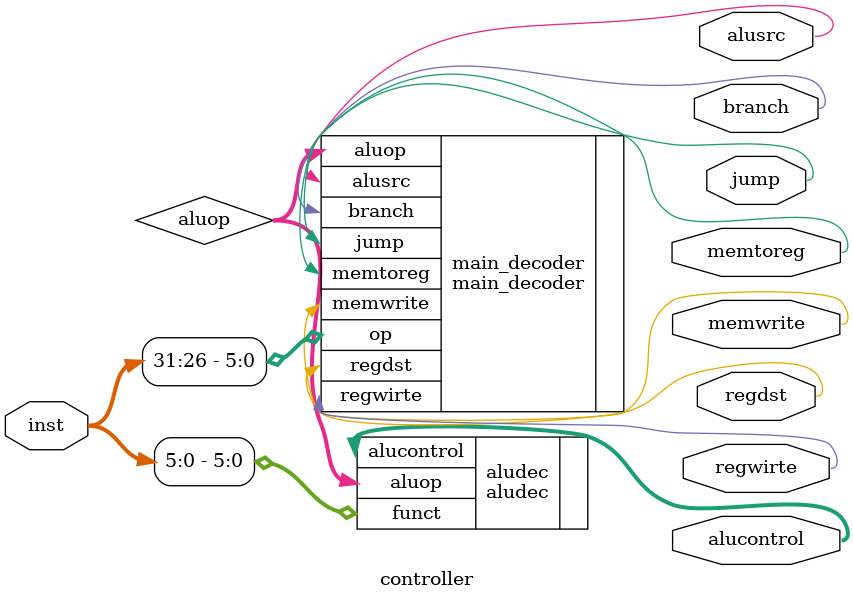
<source format=v>
`timescale 1ns / 1ps

module controller(input [31:0] inst,
                  output regdst,
                  output regwirte,
                  output alusrc,
                  output memwrite,
                  output memtoreg,
                  output branch,
                  output jump,
                  output [2:0]alucontrol);

wire [1:0]aluop;
main_decoder main_decoder(
    .op(inst[31:26]),
    .regdst(regdst),
    .regwirte(regwirte),
    .alusrc(alusrc),
    .memwrite(memwrite),
    .memtoreg(memtoreg),
    .branch(branch),
    .jump(jump),
    .aluop(aluop)
);

aludec aludec(
    .funct(inst[5:0]),
    .aluop(aluop),
    .alucontrol(alucontrol)
);

endmodule

</source>
